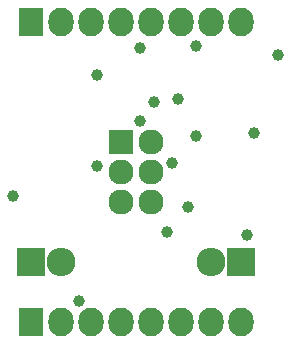
<source format=gbs>
%TF.GenerationSoftware,KiCad,Pcbnew,4.0.2+dfsg1-stable*%
%TF.CreationDate,2018-11-13T00:59:16+01:00*%
%TF.ProjectId,A500MPU-Adapter,413530304D50552D416461707465722E,rev?*%
%TF.FileFunction,Soldermask,Bot*%
%FSLAX46Y46*%
G04 Gerber Fmt 4.6, Leading zero omitted, Abs format (unit mm)*
G04 Created by KiCad (PCBNEW 4.0.2+dfsg1-stable) date Tue 13 Nov 2018 00:59:16 CET*
%MOMM*%
G01*
G04 APERTURE LIST*
%ADD10C,0.100000*%
%ADD11R,2.127200X2.127200*%
%ADD12O,2.127200X2.127200*%
%ADD13R,2.432000X2.432000*%
%ADD14O,2.432000X2.432000*%
%ADD15R,2.127200X2.432000*%
%ADD16O,2.127200X2.432000*%
%ADD17C,1.000000*%
G04 APERTURE END LIST*
D10*
D11*
X154940000Y-109220000D03*
D12*
X157480000Y-109220000D03*
X154940000Y-111760000D03*
X157480000Y-111760000D03*
X154940000Y-114300000D03*
X157480000Y-114300000D03*
D13*
X165100000Y-119380000D03*
D14*
X162560000Y-119380000D03*
D13*
X147320000Y-119380000D03*
D14*
X149860000Y-119380000D03*
D15*
X147320000Y-99060000D03*
D16*
X149860000Y-99060000D03*
X152400000Y-99060000D03*
X154940000Y-99060000D03*
X157480000Y-99060000D03*
X160020000Y-99060000D03*
X162560000Y-99060000D03*
X165100000Y-99060000D03*
D15*
X147320000Y-124460000D03*
D16*
X149860000Y-124460000D03*
X152400000Y-124460000D03*
X154940000Y-124460000D03*
X157480000Y-124460000D03*
X160020000Y-124460000D03*
X162560000Y-124460000D03*
X165100000Y-124460000D03*
D17*
X159766000Y-105537000D03*
X165608000Y-117094000D03*
X156591000Y-101219000D03*
X161290000Y-101092000D03*
X152908000Y-111252000D03*
X151384000Y-122682000D03*
X157734000Y-105791000D03*
X158877000Y-116840000D03*
X168275000Y-101854000D03*
X159258000Y-110998000D03*
X156591000Y-107442000D03*
X152908000Y-103505000D03*
X145796000Y-113792000D03*
X166243000Y-108458000D03*
X161290000Y-108712000D03*
X160655000Y-114681000D03*
M02*

</source>
